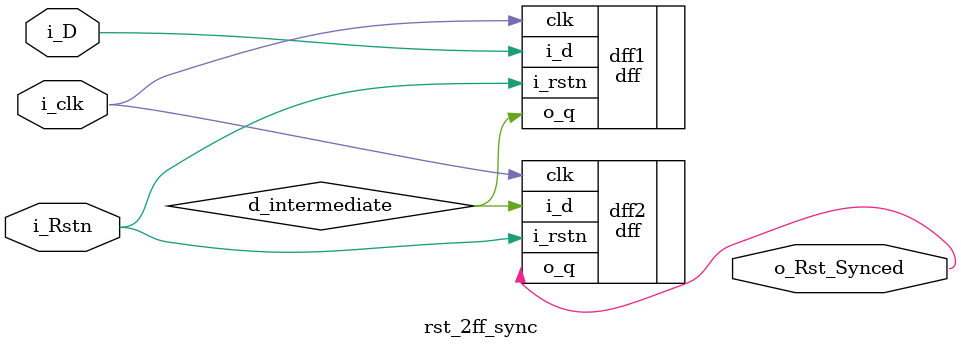
<source format=sv>


module rst_2ff_sync (

  input logic i_D, i_clk, i_Rstn, 
  output logic o_Rst_Synced
  );
  
  wire d_intermediate;
    
  dff dff1 (.i_d(i_D), .clk(i_clk), .i_rstn(i_Rstn), .o_q(d_intermediate));
  dff dff2 (.i_d(d_intermediate), .clk(i_clk), .i_rstn(i_Rstn), .o_q(o_Rst_Synced));

endmodule : rst_2ff_sync
</source>
